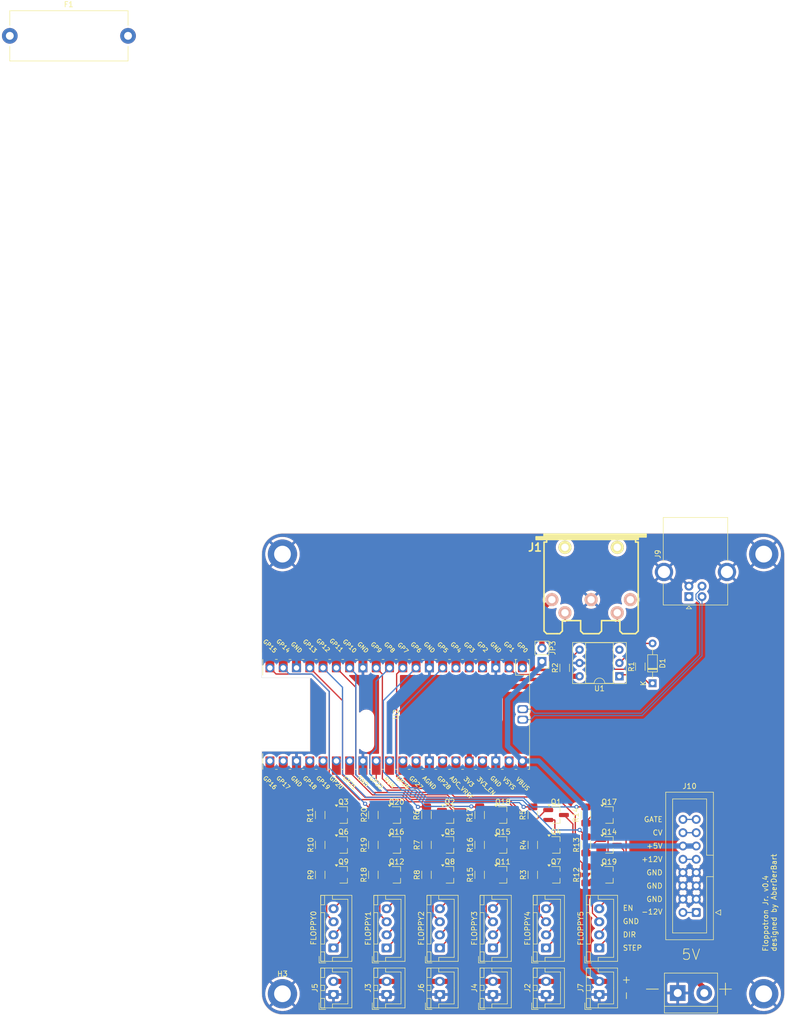
<source format=kicad_pcb>
(kicad_pcb (version 20221018) (generator pcbnew)
  (layers (0 "F.Cu" signal) (31 "B.Cu" signal) (34 "B.Paste" user) (35 "F.Paste" user) (36 "B.SilkS" user "B.Silkscreen") (37 "F.SilkS" user "F.Silkscreen") (38 "B.Mask" user) (39 "F.Mask" user) (44 "Edge.Cuts" user))
  (net 0 "")
  (net 1 "Net-(J1-Pad4)")
  (net 2 "Net-(D1-K)")
  (net 3 "Net-(D1-A)")
  (net 5 "VCC")
  (net 6 "GND")
  (net 7 "Net-(FLOPPY0-Pin_1)")
  (net 8 "/VCC_device")
  (net 9 "Net-(FLOPPY0-Pin_2)")
  (net 10 "Net-(FLOPPY0-Pin_3)")
  (net 11 "Net-(FLOPPY0-Pin_4)")
  (net 12 "Net-(FLOPPY1-Pin_1)")
  (net 13 "Net-(FLOPPY1-Pin_2)")
  (net 14 "Net-(FLOPPY1-Pin_3)")
  (net 15 "Net-(FLOPPY1-Pin_4)")
  (net 16 "Net-(FLOPPY2-Pin_1)")
  (net 17 "Net-(FLOPPY2-Pin_2)")
  (net 18 "Net-(FLOPPY2-Pin_3)")
  (net 19 "Net-(FLOPPY2-Pin_4)")
  (net 20 "Net-(FLOPPY3-Pin_1)")
  (net 21 "Net-(FLOPPY3-Pin_2)")
  (net 22 "Net-(FLOPPY3-Pin_3)")
  (net 23 "Net-(FLOPPY3-Pin_4)")
  (net 24 "Net-(FLOPPY4-Pin_1)")
  (net 25 "Net-(FLOPPY4-Pin_2)")
  (net 26 "Net-(FLOPPY4-Pin_3)")
  (net 27 "Net-(FLOPPY4-Pin_4)")
  (net 28 "Net-(FLOPPY5-Pin_1)")
  (net 29 "Net-(FLOPPY5-Pin_2)")
  (net 30 "Net-(FLOPPY5-Pin_3)")
  (net 31 "Net-(FLOPPY5-Pin_4)")
  (net 33 "Net-(Q1-B)")
  (net 34 "Net-(Q2-B)")
  (net 35 "Net-(Q3-B)")
  (net 36 "Net-(Q4-B)")
  (net 37 "Net-(Q5-B)")
  (net 38 "Net-(Q6-B)")
  (net 39 "Net-(Q7-B)")
  (net 40 "Net-(Q8-B)")
  (net 41 "Net-(Q9-B)")
  (net 42 "Net-(Q11-B)")
  (net 43 "Net-(Q12-B)")
  (net 44 "Net-(Q14-B)")
  (net 45 "Net-(Q15-B)")
  (net 46 "Net-(Q16-B)")
  (net 47 "Net-(Q17-B)")
  (net 48 "Net-(Q18-B)")
  (net 49 "Net-(Q19-B)")
  (net 50 "Net-(Q20-B)")
  (net 60 "F1-EN")
  (net 61 "F1-DIR")
  (net 62 "F1-STEP")
  (net 63 "F2-STEP")
  (net 64 "F2-DIR")
  (net 65 "F2-EN")
  (net 66 "F3-EN")
  (net 67 "F3-DIR")
  (net 68 "F3-STEP")
  (net 69 "D-")
  (net 70 "D+")
  (net 71 "+3V3")
  (net 72 "MIDI IN")
  (net 73 "F4-EN")
  (net 74 "F4-DIR")
  (net 75 "F4-STEP")
  (net 76 "F0-EN")
  (net 77 "F0-DIR")
  (net 78 "F0-STEP")
  (net 79 "F5-EN")
  (net 80 "F5-DIR")
  (net 81 "F5-STEP")
  (net 85 "unconnected-(J10--12V-Pad1)")
  (net 86 "unconnected-(J10-+12V-Pad3)")
  (net 87 "unconnected-(J10-CV-Pad5)")
  (net 88 "unconnected-(J10-GATE-Pad6)")
  (footprint "Connector_USB:USB_B_OST_USB-B1HSxx_Horizontal" (layer "F.Cu") (at 131.7 112.12 90)
    (fp_text reference "J9")
    (fp_text value "USB_B")
  )
  (footprint "Resistor_SMD:R_1206_3216Metric_Pad1.30x1.75mm_HandSolder" (layer "F.Cu") (at 122.408 125.5 -90)
    (fp_text reference "R1")
    (fp_text value "220")
  )
  (footprint "Resistor_SMD:R_1206_3216Metric_Pad1.30x1.75mm_HandSolder" (layer "F.Cu") (at 107.95 125.73 90)
    (fp_text reference "R2")
    (fp_text value "470")
  )
  (footprint "Package_DIP:DIP-6_W7.62mm_Socket" (layer "F.Cu") (at 118.408 127.34 180)
    (fp_text reference "U1")
    (fp_text value "H11L1")
  )
  (footprint "Connector_JST:JST_XH_B4B-XH-A_1x04_P2.50mm_Vertical" (layer "F.Cu") (at 104.394 179.244 90)
    (fp_text reference "FLOPPY4")
    (fp_text value "Conn_01x04")
  )
  (footprint "Connector_JST:JST_XH_B4B-XH-A_1x04_P2.50mm_Vertical" (layer "F.Cu") (at 63.754 179.244 90)
    (fp_text reference "FLOPPY0")
    (fp_text value "Conn_01x04")
  )
  (footprint "Connector_JST:JST_XH_B4B-XH-A_1x04_P2.50mm_Vertical" (layer "F.Cu") (at 114.554 179.244 90)
    (fp_text reference "FLOPPY5")
    (fp_text value "Conn_01x04")
  )
  (footprint "Connector_JST:JST_XH_B4B-XH-A_1x04_P2.50mm_Vertical" (layer "F.Cu") (at 94.234 179.244 90)
    (fp_text reference "FLOPPY3")
    (fp_text value "Conn_01x04")
  )
  (footprint "Connector_JST:JST_XH_B4B-XH-A_1x04_P2.50mm_Vertical" (layer "F.Cu") (at 73.914 179.244 90)
    (fp_text reference "FLOPPY1")
    (fp_text value "Conn_01x04")
  )
  (footprint "Connector_JST:JST_XH_B4B-XH-A_1x04_P2.50mm_Vertical" (layer "F.Cu") (at 84.074 179.244 90)
    (fp_text reference "FLOPPY2")
    (fp_text value "Conn_01x04")
  )
  (footprint "Resistor_SMD:R_1206_3216Metric_Pad1.30x1.75mm_HandSolder" (layer "F.Cu") (at 101.854 165.274 90)
    (fp_text reference "R3")
    (fp_text value "1k")
  )
  (footprint "Resistor_SMD:R_1206_3216Metric_Pad1.30x1.75mm_HandSolder" (layer "F.Cu") (at 101.854 159.559 90)
    (fp_text reference "R4")
    (fp_text value "1k")
  )
  (footprint "Resistor_SMD:R_1206_3216Metric_Pad1.30x1.75mm_HandSolder" (layer "F.Cu") (at 101.854 153.844 -90)
    (fp_text reference "R5")
    (fp_text value "1k")
  )
  (footprint "Resistor_SMD:R_1206_3216Metric_Pad1.30x1.75mm_HandSolder" (layer "F.Cu") (at 81.534 153.844 -90)
    (fp_text reference "R6")
    (fp_text value "1k")
  )
  (footprint "Resistor_SMD:R_1206_3216Metric_Pad1.30x1.75mm_HandSolder" (layer "F.Cu") (at 81.534 159.559 90)
    (fp_text reference "R7")
    (fp_text value "1k")
  )
  (footprint "Resistor_SMD:R_1206_3216Metric_Pad1.30x1.75mm_HandSolder" (layer "F.Cu") (at 81.534 165.274 90)
    (fp_text reference "R8")
    (fp_text value "1k")
  )
  (footprint "Resistor_SMD:R_1206_3216Metric_Pad1.30x1.75mm_HandSolder" (layer "F.Cu") (at 61.214 165.274 90)
    (fp_text reference "R9")
    (fp_text value "1k")
  )
  (footprint "Resistor_SMD:R_1206_3216Metric_Pad1.30x1.75mm_HandSolder" (layer "F.Cu") (at 61.214 159.559 90)
    (fp_text reference "R10")
    (fp_text value "1k")
  )
  (footprint "Resistor_SMD:R_1206_3216Metric_Pad1.30x1.75mm_HandSolder" (layer "F.Cu") (at 61.214 153.844 -90)
    (fp_text reference "R11")
    (fp_text value "1k")
  )
  (footprint "Resistor_SMD:R_1206_3216Metric_Pad1.30x1.75mm_HandSolder" (layer "F.Cu") (at 112.014 165.274 90)
    (fp_text reference "R12")
    (fp_text value "1k")
  )
  (footprint "Resistor_SMD:R_1206_3216Metric_Pad1.30x1.75mm_HandSolder" (layer "F.Cu") (at 112.014 159.559 90)
    (fp_text reference "R13")
    (fp_text value "1k")
  )
  (footprint "Resistor_SMD:R_1206_3216Metric_Pad1.30x1.75mm_HandSolder" (layer "F.Cu") (at 112.014 153.844 -90)
    (fp_text reference "R14")
    (fp_text value "1k")
  )
  (footprint "Connector_JST:JST_XH_B2B-XH-A_1x02_P2.50mm_Vertical" (layer "F.Cu") (at 104.394 188.134 90)
    (fp_text reference "J2")
    (fp_text value "Conn_01x02")
  )
  (footprint "Connector_JST:JST_XH_B2B-XH-A_1x02_P2.50mm_Vertical" (layer "F.Cu") (at 73.914 188.134 90)
    (fp_text reference "J3")
    (fp_text value "Conn_01x02")
  )
  (footprint "Connector_JST:JST_XH_B2B-XH-A_1x02_P2.50mm_Vertical" (layer "F.Cu") (at 94.234 188.134 90)
    (fp_text reference "J4")
    (fp_text value "Conn_01x02")
  )
  (footprint "Connector_JST:JST_XH_B2B-XH-A_1x02_P2.50mm_Vertical" (layer "F.Cu") (at 63.754 188.134 90)
    (fp_text reference "J5")
    (fp_text value "Conn_01x02")
  )
  (footprint "Connector_JST:JST_XH_B2B-XH-A_1x02_P2.50mm_Vertical" (layer "F.Cu") (at 84.074 188.134 90)
    (fp_text reference "J6")
    (fp_text value "Conn_01x02")
  )
  (footprint "Connector_JST:JST_XH_B2B-XH-A_1x02_P2.50mm_Vertical" (layer "F.Cu") (at 114.554 188.134 90)
    (fp_text reference "J7")
    (fp_text value "Conn_01x02")
  )
  (footprint "TerminalBlock:TerminalBlock_bornier-2_P5.08mm" (layer "F.Cu") (at 129.554 187.854)
    (fp_text reference "POWER1")
    (fp_text value "Conn_01x02")
  )
  (footprint "kicad-parts:RPi_Pico_debug_hole_USB_SMD_TH" (layer "F.Cu") (at 75.73 134.62 -90)
    (fp_text reference "U2")
    (fp_text value "Pico")
    (fp_line (start -7 16.5) (end 7 16.5) (stroke (width 0.05)) (layer "Edge.Cuts"))
    (fp_line (start -7 25.5) (end -7 16.5) (stroke (width 0.05)) (layer "Edge.Cuts"))
    (fp_line (start 7 16.5) (end 7 25.5) (stroke (width 0.05)) (layer "Edge.Cuts"))
  )
  (footprint "Diode_THT:D_DO-34_SOD68_P7.62mm_Horizontal" (layer "F.Cu") (at 124.748 128.675 90)
    (fp_text reference "D1")
    (fp_text value "D")
  )
  (footprint "Package_TO_SOT_SMD:SOT-23_Handsoldering" (layer "F.Cu") (at 106.299 153.844)
    (fp_text reference "Q1")
    (fp_text value "BC817")
  )
  (footprint "Package_TO_SOT_SMD:SOT-23_Handsoldering" (layer "F.Cu") (at 85.979 153.844)
    (fp_text reference "Q2")
    (fp_text value "BC817")
  )
  (footprint "Package_TO_SOT_SMD:SOT-23_Handsoldering" (layer "F.Cu") (at 65.659 153.844)
    (fp_text reference "Q3")
    (fp_text value "BC817")
  )
  (footprint "Package_TO_SOT_SMD:SOT-23_Handsoldering" (layer "F.Cu") (at 106.299 159.559)
    (fp_text reference "Q4")
    (fp_text value "BC817")
  )
  (footprint "Package_TO_SOT_SMD:SOT-23_Handsoldering" (layer "F.Cu") (at 85.979 159.559)
    (fp_text reference "Q5")
    (fp_text value "BC817")
  )
  (footprint "Package_TO_SOT_SMD:SOT-23_Handsoldering" (layer "F.Cu") (at 65.659 159.559)
    (fp_text reference "Q6")
    (fp_text value "BC817")
  )
  (footprint "Package_TO_SOT_SMD:SOT-23_Handsoldering" (layer "F.Cu") (at 106.299 165.274)
    (fp_text reference "Q7")
    (fp_text value "BC817")
  )
  (footprint "Package_TO_SOT_SMD:SOT-23_Handsoldering" (layer "F.Cu") (at 85.979 165.274)
    (fp_text reference "Q8")
    (fp_text value "BC817")
  )
  (footprint "Package_TO_SOT_SMD:SOT-23_Handsoldering" (layer "F.Cu") (at 65.659 165.274)
    (fp_text reference "Q9")
    (fp_text value "BC817")
  )
  (footprint "Package_TO_SOT_SMD:SOT-23_Handsoldering" (layer "F.Cu") (at 96.139 165.274)
    (fp_text reference "Q11")
    (fp_text value "BC817")
  )
  (footprint "Package_TO_SOT_SMD:SOT-23_Handsoldering" (layer "F.Cu") (at 75.819 165.274)
    (fp_text reference "Q12")
    (fp_text value "BC817")
  )
  (footprint "Package_TO_SOT_SMD:SOT-23_Handsoldering" (layer "F.Cu") (at 116.459 159.559)
    (fp_text reference "Q14")
    (fp_text value "BC817")
  )
  (footprint "Package_TO_SOT_SMD:SOT-23_Handsoldering" (layer "F.Cu") (at 96.139 159.559)
    (fp_text reference "Q15")
    (fp_text value "BC817")
  )
  (footprint "Package_TO_SOT_SMD:SOT-23_Handsoldering" (layer "F.Cu") (at 75.819 159.559)
    (fp_text reference "Q16")
    (fp_text value "BC817")
  )
  (footprint "Package_TO_SOT_SMD:SOT-23_Handsoldering" (layer "F.Cu") (at 116.459 153.844)
    (fp_text reference "Q17")
    (fp_text value "BC817")
  )
  (footprint "Package_TO_SOT_SMD:SOT-23_Handsoldering" (layer "F.Cu") (at 96.139 153.844)
    (fp_text reference "Q18")
    (fp_text value "BC817")
  )
  (footprint "Package_TO_SOT_SMD:SOT-23_Handsoldering" (layer "F.Cu") (at 75.819 153.844)
    (fp_text reference "Q20")
    (fp_text value "BC817")
  )
  (footprint "Resistor_SMD:R_1206_3216Metric_Pad1.30x1.75mm_HandSolder" (layer "F.Cu") (at 91.694 165.274 90)
    (fp_text reference "R15")
    (fp_text value "1k")
  )
  (footprint "Resistor_SMD:R_1206_3216Metric_Pad1.30x1.75mm_HandSolder" (layer "F.Cu") (at 91.694 159.559 90)
    (fp_text reference "R16")
    (fp_text value "1k")
  )
  (footprint "Resistor_SMD:R_1206_3216Metric_Pad1.30x1.75mm_HandSolder" (layer "F.Cu") (at 91.694 153.844 -90)
    (fp_text reference "R17")
    (fp_text value "1k")
  )
  (footprint "Resistor_SMD:R_1206_3216Metric_Pad1.30x1.75mm_HandSolder" (layer "F.Cu") (at 71.374 165.274 90)
    (fp_text reference "R18")
    (fp_text value "1k")
  )
  (footprint "Resistor_SMD:R_1206_3216Metric_Pad1.30x1.75mm_HandSolder" (layer "F.Cu") (at 71.374 159.559 90)
    (fp_text reference "R19")
    (fp_text value "1k")
  )
  (footprint "Resistor_SMD:R_1206_3216Metric_Pad1.30x1.75mm_HandSolder" (layer "F.Cu") (at 71.374 153.844 -90)
    (fp_text reference "R20")
    (fp_text value "1k")
  )
  (footprint "Package_TO_SOT_SMD:SOT-23_Handsoldering" (layer "F.Cu") (at 116.459 165.274)
    (fp_text reference "Q19")
    (fp_text value "BC817")
  )
  (footprint "Connector_PinHeader_2.54mm:PinHeader_1x02_P2.54mm_Vertical" (layer "F.Cu") (at 103.6 124.5 180)
    (fp_text reference "JP3")
    (fp_text value "Jumper")
  )
  (footprint "MountingHole:MountingHole_3.2mm_M3_DIN965_Pad" (layer "F.Cu") (at 54 104)
    (fp_text reference "H1" hide)
    (fp_text value "MountingHole_Pad")
  )
  (footprint "MountingHole:MountingHole_3.2mm_M3_DIN965_Pad" (layer "F.Cu") (at 146 188)
    (fp_text reference "H4" hide)
    (fp_text value "MountingHole_Pad")
  )
  (footprint "MountingHole:MountingHole_3.2mm_M3_DIN965_Pad" (layer "F.Cu") (at 54 188)
    (fp_text reference "H3")
    (fp_text value "MountingHole_Pad")
  )
  (footprint "Fuse:Fuseholder_Cylinder-5x20mm_Stelvio-Kontek_PTF78_Horizontal_Open" (layer "F.Cu") (at 1.875 4.975)
    (fp_text reference "F1")
    (fp_text value "Fuse")
  )
  (footprint "MountingHole:MountingHole_3.2mm_M3_DIN965_Pad" (layer "F.Cu") (at 146 104)
    (fp_text reference "H2" hide)
    (fp_text value "MountingHole_Pad")
  )
  (footprint "kosmo:Power 16 Pin" (layer "F.Cu") (at 131.826 163.576)
    (fp_text reference "J10")
    (fp_text value "Power")
  )
  (footprint "eurocad:MIDI_DIN5" (layer "F.Cu") (at 113 109.7 180)
    (fp_text reference "J1")
    (fp_text value "DIN-5_180degree" hide)
  )
  (gr_arc (start 146 100) (mid 148.828427 101.171573) (end 150 104) (stroke (width 0.05)) (layer "Edge.Cuts"))
  (gr_arc (start 50 104) (mid 51.171573 101.171573) (end 54 100) (stroke (width 0.05)) (layer "Edge.Cuts"))
  (gr_line (start 50 188) (end 50 141.65) (stroke (width 0.05)) (layer "Edge.Cuts"))
  (gr_line (start 50 127.6) (end 50.23 127.62) (stroke (width 0.05)) (layer "Edge.Cuts"))
  (gr_line (start 50 104) (end 50 127.6) (stroke (width 0.05)) (layer "Edge.Cuts"))
  (gr_line (start 54 192) (end 146 192) (stroke (width 0.05)) (layer "Edge.Cuts"))
  (gr_arc (start 54 192) (mid 51.171573 190.828427) (end 50 188) (stroke (width 0.05)) (layer "Edge.Cuts"))
  (gr_line (start 54 100) (end 146 100) (stroke (width 0.05)) (layer "Edge.Cuts"))
  (gr_line (start 50.23 141.62) (end 50 141.65) (stroke (width 0.05)) (layer "Edge.Cuts"))
  (gr_arc (start 150 188) (mid 148.828427 190.828427) (end 146 192) (stroke (width 0.05)) (layer "Edge.Cuts"))
  (gr_line (start 150 104) (end 150 188) (stroke (width 0.05)) (layer "Edge.Cuts"))
  (gr_text "Floppotron Jr. v0.4\ndesigned by AberDerBart" (at 147.15 180 90) (layer "F.SilkS") (effects (font (size 1 1)) (justify left)))
  (gr_text "+" (at 138.684 186.864) (layer "F.SilkS") (effects (font (size 3 3))))
  (gr_text "- +" (at 119.634 186.864 90) (layer "F.SilkS") (effects (font (size 1.5 1.5))))
  (gr_text "-" (at 124.714 186.864) (layer "F.SilkS") (effects (font (size 3 3))))
  (gr_text "STEP" (at 118.999 179.244) (layer "F.SilkS") (effects (font (size 1 1)) (justify left)))
  (gr_text "DIR" (at 118.999 176.704) (layer "F.SilkS") (effects (font (size 1 1)) (justify left)))
  (gr_text "GND" (at 118.999 174.164) (layer "F.SilkS") (effects (font (size 1 1)) (justify left)))
  (gr_text "EN" (at 118.999 171.624) (layer "F.SilkS") (effects (font (size 1 1)) (justify left)))
  (segment (start 108.00382 116.50382) (end 108.00382 115.1991) (width 0.25) (layer "F.Cu") (net 1))
  (segment (start 120.358 126) (end 117.5 126) (width 0.25) (layer "F.Cu") (net 1))
  (segment (start 122.408 123.95) (end 120.358 126) (width 0.25) (layer "F.Cu") (net 1))
  (segment (start 117.5 126) (end 108.00382 116.50382) (width 0.25) (layer "F.Cu") (net 1))
  (segment (start 118.698 127.05) (end 118.408 127.34) (width 0.25) (layer "F.Cu") (net 2))
  (segment (start 124.748 128.675) (end 124.033 128.675) (width 0.25) (layer "F.Cu") (net 2))
  (segment (start 124.033 128.675) (end 122.408 127.05) (width 0.25) (layer "F.Cu") (net 2))
  (segment (start 122.408 127.05) (end 118.698 127.05) (width 0.25) (layer "F.Cu") (net 2))
  (segment (start 118.408 124.8) (end 122.153 121.055) (width 0.25) (layer "F.Cu") (net 3))
  (segment (start 122.071 121.055) (end 122.153 121.055) (width 0.25) (layer "F.Cu") (net 3))
  (segment (start 122.153 121.055) (end 124.748 121.055) (width 0.25) (layer "F.Cu") (net 3))
  (segment (start 117.99618 115.1991) (end 117.99618 116.98018) (width 0.25) (layer "F.Cu") (net 3))
  (segment (start 117.99618 116.98018) (end 122.071 121.055) (width 0.25) (layer "F.Cu") (net 3))
  (segment (start 114.554 185.634) (end 125.262 185.634) (width 1) (layer "F.Cu") (net 5))
  (segment (start 131.572 183.896) (end 134.634 186.958) (width 1) (layer "F.Cu") (net 5))
  (segment (start 63.754 185.634) (end 114.554 185.634) (width 1) (layer "F.Cu") (net 5))
  (segment (start 134.634 186.958) (end 134.634 187.854) (width 1) (layer "F.Cu") (net 5))
  (segment (start 127 183.896) (end 131.572 183.896) (width 1) (layer "F.Cu") (net 5))
  (segment (start 125.262 185.634) (end 127 183.896) (width 1) (layer "F.Cu") (net 5))
  (segment (start 133.096 159.766) (end 111.9 159.766) (width 1) (layer "B.Cu") (net 5))
  (segment (start 97.028 140.678) (end 99.86 143.51) (width 1) (layer "B.Cu") (net 5))
  (segment (start 111.9 152.444365) (end 111.9 159.766) (width 1) (layer "B.Cu") (net 5))
  (segment (start 111.9 159.766) (end 111.9 182.98) (width 1) (layer "B.Cu") (net 5))
  (segment (start 103.6 125.254) (end 97.028 131.826) (width 1) (layer "B.Cu") (net 5))
  (segment (start 102.965635 143.51) (end 111.9 152.444365) (width 1) (layer "B.Cu") (net 5))
  (segment (start 103.6 124.5) (end 103.6 125.254) (width 1) (layer "B.Cu") (net 5))
  (segment (start 99.86 143.51) (end 102.965635 143.51) (width 1) (layer "B.Cu") (net 5))
  (segment (start 97.028 131.826) (end 97.028 140.678) (width 1) (layer "B.Cu") (net 5))
  (segment (start 111.9 182.98) (end 114.554 185.634) (width 1) (layer "B.Cu") (net 5))
  (segment (start 68.884011 174.113989) (end 68.884011 155.569011) (width 0.25) (layer "F.Cu") (net 7))
  (segment (start 63.754 179.244) (end 68.884011 174.113989) (width 0.25) (layer "F.Cu") (net 7))
  (segment (start 68.884011 155.569011) (end 67.159 153.844) (width 0.25) (layer "F.Cu") (net 7))
  (segment (start 103.6 114.59912) (end 105.50192 112.6972) (width 1) (layer "F.Cu") (net 8))
  (segment (start 103.6 121.96) (end 103.6 114.59912) (width 1) (layer "F.Cu") (net 8))
  (segment (start 67.159 159.559) (end 68.434001 160.834001) (width 0.25) (layer "F.Cu") (net 9))
  (segment (start 68.434001 172.063999) (end 63.754 176.744) (width 0.25) (layer "F.Cu") (net 9))
  (segment (start 68.434001 160.834001) (end 68.434001 172.063999) (width 0.25) (layer "F.Cu") (net 9))
  (segment (start 64.254002 160.509) (end 65.434001 161.688999) (width 0.25) (layer "F.Cu") (net 10))
  (segment (start 64.159 166.224) (end 64.159 168.679) (width 0.25) (layer "F.Cu") (net 10))
  (segment (start 65.359 154.794) (end 65.434001 154.869001) (width 0.25) (layer "F.Cu") (net 10))
  (segment (start 64.159 154.794) (end 65.359 154.794) (width 0.25) (layer "F.Cu") (net 10))
  (segment (start 65.434001 154.869001) (end 65.434001 161.688999) (width 0.25) (layer "F.Cu") (net 10))
  (segment (start 65.434001 161.688999) (end 65.434001 164.948999) (width 0.25) (layer "F.Cu") (net 10))
  (segment (start 65.434001 164.948999) (end 64.159 166.224) (width 0.25) (layer "F.Cu") (net 10))
  (segment (start 62.45399 170.38401) (end 62.45399 172.86399) (width 0.25) (layer "F.Cu") (net 10))
  (segment (start 64.159 168.679) (end 62.45399 170.38401) (width 0.25) (layer "F.Cu") (net 10))
  (segment (start 62.45399 172.86399) (end 63.754 174.164) (width 0.25) (layer "F.Cu") (net 10))
  (segment (start 67.159 168.339) (end 63.754 171.744) (width 0.25) (layer "F.Cu") (net 11))
  (segment (start 67.159 165.274) (end 67.159 168.339) (width 0.25) (layer "F.Cu") (net 11))
  (segment (start 79.044011 174.113989) (end 79.044011 155.569011) (width 0.25) (layer "F.Cu") (net 12))
  (segment (start 73.914 179.244) (end 79.044011 174.113989) (width 0.25) (layer "F.Cu") (net 12))
  (segment (start 79.044011 155.569011) (end 77.319 153.844) (width 0.25) (layer "F.Cu") (net 12))
  (segment (start 77.319 159.559) (end 78.594001 160.834001) (width 0.25) (layer "F.Cu") (net 13))
  (segment (start 78.594001 160.834001) (end 78.594001 172.063999) (width 0.25) (layer "F.Cu") (net 13))
  (segment (start 78.594001 172.063999) (end 73.914 176.744) (width 0.25) (layer "F.Cu") (net 13))
  (segment (start 74.319 168.679) (end 72.61399 170.38401) (width 0.25) (layer "F.Cu") (net 14))
  (segment (start 74.319 166.224) (end 74.319 168.679) (width 0.25) (layer "F.Cu") (net 14))
  (segment (start 74.414002 160.509) (end 75.594001 161.688999) (width 0.25) (layer "F.Cu") (net 14))
  (segment (start 75.594001 161.688999) (end 75.594001 164.948999) (width 0.25) (layer "F.Cu") (net 14))
  (segment (start 74.319 154.794) (end 75.519 154.794) (width 0.25) (layer "F.Cu") (net 14))
  (segment (start 75.594001 154.869001) (end 75.594001 161.688999) (width 0.25) (layer "F.Cu") (net 14))
  (segment (start 75.519 154.794) (end 75.594001 154.869001) (width 0.25) (layer "F.Cu") (net 14))
  (segment (start 72.61399 170.38401) (end 72.61399 172.86399) (width 0.25) (layer "F.Cu") (net 14))
  (segment (start 75.594001 164.948999) (end 74.319 166.224) (width 0.25) (layer "F.Cu") (net 14))
  (segment (start 72.61399 172.86399) (end 73.914 174.164) (width 0.25) (layer "F.Cu") (net 14))
  (segment (start 77.319 168.339) (end 73.914 171.744) (width 0.25) (layer "F.Cu") (net 15))
  (segment (start 77.319 165.274) (end 77.319 168.339) (width 0.25) (layer "F.Cu") (net 15))
  (segment (start 89.204011 155.569011) (end 87.479 153.844) (width 0.25) (layer "F.Cu") (net 16))
  (segment (start 89.204011 174.113989) (end 89.204011 155.569011) (width 0.25) (layer "F.Cu") (net 16))
  (segment (start 84.074 179.244) (end 89.204011 174.113989) (width 0.25) (layer "F.Cu") (net 16))
  (segment (start 88.754001 160.834001) (end 88.754001 172.063999) (width 0.25) (layer "F.Cu") (net 17))
  (segment (start 87.479 159.559) (end 88.754001 160.834001) (width 0.25) (layer "F.Cu") (net 17))
  (segment (start 88.754001 172.063999) (end 84.074 176.744) (width 0.25) (layer "F.Cu") (net 17))
  (segment (start 85.754001 164.948999) (end 84.479 166.224) (width 0.25) (layer "F.Cu") (net 18))
  (segment (start 84.479 166.224) (end 84.479 168.679) (width 0.25) (layer "F.Cu") (net 18))
  (segment (start 85.754001 161.688999) (end 85.754001 164.948999) (width 0.25) (layer "F.Cu") (net 18))
  (segment (start 84.479 154.794) (end 85.679 154.794) (width 0.25) (layer "F.Cu") (net 18))
  (segment (start 85.679 154.794) (end 85.754001 154.869001) (width 0.25) (layer "F.Cu") (net 18))
  (segment (start 84.479 168.679) (end 82.77399 170.38401) (width 0.25) (layer "F.Cu") (net 18))
  (segment (start 85.754001 154.869001) (end 85.754001 161.688999) (width 0.25) (layer "F.Cu") (net 18))
  (segment (start 82.77399 172.86399) (end 84.074 174.164) (width 0.25) (layer "F.Cu") (net 18))
  (segment (start 82.77399 170.38401) (end 82.77399 172.86399) (width 0.25) (layer "F.Cu") (net 18))
  (segment (start 84.574002 160.509) (end 85.754001 161.688999) (width 0.25) (layer "F.Cu") (net 18))
  (segment (start 87.479 168.339) (end 84.074 171.744) (width 0.25) (layer "F.Cu") (net 19))
  (segment (start 87.479 165.274) (end 87.479 168.339) (width 0.25) (layer "F.Cu") (net 19))
  (segment (start 99.364011 155.569011) (end 97.639 153.844) (width 0.25) (layer "F.Cu") (net 20))
  (segment (start 99.364011 174.113989) (end 99.364011 155.569011) (width 0.25) (layer "F.Cu") (net 20))
  (segment (start 94.234 179.244) (end 99.364011 174.113989) (width 0.25) (layer "F.Cu") (net 20))
  (segment (start 98.914001 160.834001) (end 98.914001 172.063999) (width 0.25) (layer "F.Cu") (net 21))
  (segment (start 98.914001 172.063999) (end 94.234 176.744) (width 0.25) (layer "F.Cu") (net 21))
  (segment (start 97.639 159.559) (end 98.914001 160.834001) (width 0.25) (layer "F.Cu") (net 21))
  (segment (start 92.93399 170.38401) (end 92.93399 172.86399) (width 0.25) (layer "F.Cu") (net 22))
  (segment (start 92.93399 172.86399) (end 94.234 174.164) (width 0.25) (layer "F.Cu") (net 22))
  (segment (start 94.639 154.794) (end 95.839 154.794) (width 0.25) (layer "F.Cu") (net 22))
  (segment (start 95.914001 164.948999) (end 94.639 166.224) (width 0.25) (layer "F.Cu") (net 22))
  (segment (start 95.839 154.794) (end 95.914001 154.869001) (width 0.25) (layer "F.Cu") (net 22))
  (segment (start 94.639 166.224) (end 94.639 168.679) (width 0.25) (layer "F.Cu") (net 22))
  (segment (start 95.914001 154.869001) (end 95.914001 161.688999) (width 0.25) (layer "F.Cu") (net 22))
  (segment (start 95.914001 161.688999) (end 95.914001 164.948999) (width 0.25) (layer "F.Cu") (net 22))
  (segment (start 94.639 168.679) (end 92.93399 170.38401) (width 0.25) (layer "F.Cu") (net 22))
  (segment (start 94.734002 160.509) (end 95.914001 161.688999) (width 0.25) (layer "F.Cu") (net 22))
  (segment (start 97.639 165.274) (end 97.639 168.339) (width 0.25) (layer "F.Cu") (net 23))
  (segment (start 97.639 168.339) (end 94.234 171.744) (width 0.25) (layer "F.Cu") (net 23))
  (segment (start 109.524011 155.569011) (end 107.799 153.844) (width 0.25) (layer "F.Cu") (net 24))
  (segment (start 104.394 179.244) (end 109.524011 174.113989) (width 0.25) (layer "F.Cu") (net 24))
  (segment (start 109.524011 174.113989) (end 109.524011 155.569011) (width 0.25) (layer "F.Cu") (net 24))
  (segment (start 109.074001 172.063999) (end 104.394 176.744) (width 0.25) (layer "F.Cu") (net 25))
  (segment (start 107.799 159.559) (end 109.074001 160.834001) (width 0.25) (layer "F.Cu") (net 25))
  (segment (start 109.074001 160.834001) (end 109.074001 172.063999) (width 0.25) (layer "F.Cu") (net 25))
  (segment (start 104.799 166.224) (end 104.799 168.679) (width 0.25) (layer "F.Cu") (net 26))
  (segment (start 106.074001 164.948999) (end 104.799 166.224) (width 0.25) (layer "F.Cu") (net 26))
  (segment (start 104.894002 160.509) (end 106.074001 161.688999) (width 0.25) (layer "F.Cu") (net 26))
  (segment (start 106.074001 161.688999) (end 106.074001 164.948999) (width 0.25) (layer "F.Cu") (net 26))
  (segment (start 103.09399 172.86399) (end 104.394 174.164) (width 0.25) (layer "F.Cu") (net 26))
  (segment (start 104.799 168.679) (end 103.09399 170.38401) (width 0.25) (layer "F.Cu") (net 26))
  (segment (start 103.09399 170.38401) (end 103.09399 172.86399) (width 0.25) (layer "F.Cu") (net 26))
  (segment (start 105.999 154.794) (end 106.074001 154.869001) (width 0.25) (layer "F.Cu") (net 26))
  (segment (start 104.799 154.794) (end 105.999 154.794) (width 0.25) (layer "F.Cu") (net 26))
  (segment (start 106.074001 154.869001) (end 106.074001 161.688999) (width 0.25) (layer "F.Cu") (net 26))
  (segment (start 107.799 168.339) (end 104.394 171.744) (width 0.25) (layer "F.Cu") (net 27))
  (segment (start 107.799 165.274) (end 107.799 168.339) (width 0.25) (layer "F.Cu") (net 27))
  (segment (start 114.554 178.964) (end 119.684011 173.833989) (width 0.25) (layer "F.Cu") (net 28))
  (segment (start 119.684011 155.289011) (end 117.959 153.564) (width 0.25) (layer "F.Cu") (net 28))
  (segment (start 119.684011 173.833989) (end 119.684011 155.289011) (width 0.25) (layer "F.Cu") (net 28))
  (segment (start 117.959 159.279) (end 119.234001 160.554001) (width 0.25) (layer "F.Cu") (net 29))
  (segment (start 119.234001 171.783999) (end 114.554 176.464) (width 0.25) (layer "F.Cu") (net 29))
  (segment (start 119.234001 160.554001) (end 119.234001 171.783999) (width 0.25) (layer "F.Cu") (net 29))
  (segment (start 114.959 168.399) (end 113.25399 170.10401) (width 0.25) (layer "F.Cu") (net 30))
  (segment (start 116.159 154.514) (end 116.234001 154.589001) (width 0.25) (layer "F.Cu") (net 30))
  (segment (start 114.959 165.944) (end 114.959 168.399) (width 0.25) (layer "F.Cu") (net 30))
  (segment (start 114.959 160.229) (end 115.054002 160.229) (width 0.25) (layer "F.Cu") (net 30))
  (segment (start 113.25399 170.10401) (end 113.25399 172.58399) (width 0.25) (layer "F.Cu") (net 30))
  (segment (start 116.234001 154.589001) (end 116.234001 161.408999) (width 0.25) (layer "F.Cu") (net 30))
  (segment (start 116.234001 161.408999) (end 116.234001 165.274) (width 0.25) (layer "F.Cu") (net 30))
  (segment (start 113.25399 172.58399) (end 114.554 173.884) (width 0.25) (layer "F.Cu") (net 30))
  (segment (start 114.959 154.514) (end 116.159 154.514) (width 0.25) (layer "F.Cu") (net 30))
  (segment (start 116.234001 165.274) (end 114.959 166.549001) (width 0.25) (layer "F.Cu") (net 30))
  (segment (start 115.054002 160.229) (end 116.234001 161.408999) (width 0.25) (layer "F.Cu") (net 30))
  (segment (start 117.959 164.994) (end 117.959 168.059) (width 0.25) (layer "F.Cu") (net 31))
  (segment (start 117.959 168.059) (end 114.554 171.464) (width 0.25) (layer "F.Cu") (net 31))
  (segment (start 104.354 152.894) (end 101.854 155.394) (width 0.25) (layer "F.Cu") (net 33))
  (segment (start 84.034 152.894) (end 81.534 155.394) (width 0.25) (layer "F.Cu") (net 34))
  (segment (start 63.42331 152.894) (end 61.214 155.10331) (width 0.25) (layer "F.Cu") (net 35))
  (segment (start 104.354 158.609) (end 101.854 161.109) (width 0.25) (layer "F.Cu") (net 36))
  (segment (start 84.034 158.609) (end 81.534 161.109) (width 0.25) (layer "F.Cu") (net 37))
  (segment (start 63.714 158.609) (end 61.214 161.109) (width 0.25) (layer "F.Cu") (net 38))
  (segment (start 102.299 166.824) (end 104.799 164.324) (width 0.25) (layer "F.Cu") (net 39))
  (segment (start 81.979 166.824) (end 84.479 164.324) (width 0.25) (layer "F.Cu") (net 40))
  (segment (start 61.659 166.824) (end 64.159 164.324) (width 0.25) (layer "F.Cu") (net 41))
  (segment (start 92.139 166.824) (end 94.639 164.324) (width 0.25) (layer "F.Cu") (net 42))
  (segment (start 71.819 166.824) (end 74.319 164.324) (width 0.25) (layer "F.Cu") (net 43))
  (segment (start 114.514 158.329) (end 112.014 160.829) (width 0.25) (layer "F.Cu") (net 44))
  (segment (start 114.959 158.329) (end 114.514 158.329) (width 0.25) (layer "F.Cu") (net 44))
  (segment (start 94.194 158.609) (end 91.694 161.109) (width 0.25) (layer "F.Cu") (net 45))
  (segment (start 73.874 158.609) (end 71.374 161.109) (width 0.25) (layer "F.Cu") (net 46))
  (segment (start 114.959 152.614) (end 114.514 152.614) (width 0.25) (layer "F.Cu") (net 47))
  (segment (start 114.514 152.614) (end 112.014 155.114) (width 0.25) (layer "F.Cu") (net 47))
  (segment (start 94.194 152.894) (end 91.694 155.394) (width 0.25) (layer "F.Cu") (net 48))
  (segment (start 112.459 166.544) (end 114.959 164.044) (width 0.25) (layer "F.Cu") (net 49))
  (segment (start 73.874 152.894) (end 71.374 155.394) (width 0.25) (layer "F.Cu") (net 50))
  (segment (start 61.76 146.46) (end 61.76 145.26) (width 0.25) (layer "F.Cu") (net 60))
  (segment (start 71.374 163.724) (end 69.334011 161.684011) (width 0.25) (layer "F.Cu") (net 60))
  (segment (start 69.334011 154.034011) (end 61.76 146.46) (width 0.25) (layer "F.Cu") (net 60))
  (segment (start 69.334011 161.684011) (end 69.334011 154.034011) (width 0.25) (layer "F.Cu") (net 60))
  (segment (start 62.935 146.92) (end 62.935 130.235) (width 0.25) (layer "F.Cu") (net 61))
  (segment (start 69.784011 156.419011) (end 69.784011 153.769011) (width 0.25) (layer "F.Cu") (net 61))
  (segment (start 69.784011 153.769011) (end 62.935 146.92) (width 0.25) (layer "F.Cu") (net 61))
  (segment (start 59.605 126.905) (end 52.775 126.905) (width 0.25) (layer "F.Cu") (net 61))
  (segment (start 71.374 158.009) (end 69.784011 156.419011) (width 0.25) (layer "F.Cu") (net 61))
  (segment (start 52.775 126.905) (end 51.6 125.73) (width 0.25) (layer "F.Cu") (net 61))
  (segment (start 62.935 130.235) (end 59.605 126.905) (width 0.25) (layer "F.Cu") (net 61))
  (segment (start 70.394 152.294) (end 71.374 152.294) (width 0.25) (layer "F.Cu") (net 62))
  (segment (start 69.8 151.7) (end 70.394 152.294) (width 0.25) (layer "F.Cu") (net 62))
  (via (at 69.8 151.7) (size 0.8) (drill 0.4) (layers "F.Cu" "B.Cu") (net 62))
  (segment (start 62.935 130.235) (end 59.605 126.905) (width 0.25) (layer "B.Cu") (net 62))
  (segment (start 69.8 151.7) (end 62.935 144.835) (width 0.25) (layer "B.Cu") (net 62))
  (segment (start 55.315 126.905) (end 54.14 125.73) (width 0.25) (layer "B.Cu") (net 62))
  (segment (start 59.605 126.905) (end 55.315 126.905) (width 0.25) (layer "B.Cu") (net 62))
  (segment (start 62.935 144.835) (end 62.935 130.235) (width 0.25) (layer "B.Cu") (net 62))
  (segment (start 81.534 152.294) (end 79.906 152.294) (width 0.25) (layer "F.Cu") (net 63))
  (segment (start 79.906 152.294) (end 79.9 152.3) (width 0.25) (layer "F.Cu") (net 63))
  (via (at 79.9 152.3) (size 0.8) (drill 0.4) (layers "F.Cu" "B.Cu") (net 63))
  (segment (start 65.475 129.445) (end 61.76 125.73) (width 0.25) (layer "B.Cu") (net 63))
  (segment (start 70 150.5) (end 65.475 145.975) (width 0.25) (layer "B.Cu") (net 63))
  (segment (start 79.9 152.3) (end 78.1 150.5) (width 0.25) (layer "B.Cu") (net 63))
  (segment (start 78.1 150.5) (end 70 150.5) (width 0.25) (layer "B.Cu") (net 63))
  (segment (start 65.475 145.975) (end 65.475 129.445) (width 0.25) (layer "B.Cu") (net 63))
  (segment (start 76.65 150.45) (end 69.75 150.45) (width 0.25) (layer "F.Cu") (net 64))
  (segment (start 80.334 154.134) (end 76.65 150.45) (width 0.25) (layer "F.Cu") (net 64))
  (segment (start 81.534 158.009) (end 80.334 156.809) (width 0.25) (layer "F.Cu") (net 64))
  (segment (start 65.475 131.985) (end 59.22 125.73) (width 0.25) (layer "F.Cu") (net 64))
  (segment (start 65.475 146.175) (end 65.475 131.985) (width 0.25) (layer "F.Cu") (net 64))
  (segment (start 80.334 156.809) (end 80.334 154.134) (width 0.25) (layer "F.Cu") (net 64))
  (segment (start 69.75 150.45) (end 65.475 146.175) (width 0.25) (layer "F.Cu") (net 64))
  (segment (start 79.494011 154.019011) (end 76.375 150.9) (width 0.25) (layer "F.Cu") (net 65))
  (segment (start 64.3 146.5) (end 64.3 143.51) (width 0.25) (layer "F.Cu") (net 65))
  (segment (start 79.494011 161.684011) (end 79.494011 154.019011) (width 0.25) (layer "F.Cu") (net 65))
  (segment (start 76.375 150.9) (end 68.7 150.9) (width 0.25) (layer "F.Cu") (net 65))
  (segment (start 81.534 163.724) (end 79.494011 161.684011) (width 0.25) (layer "F.Cu") (net 65))
  (segment (start 68.7 150.9) (end 64.3 146.5) (width 0.25) (layer "F.Cu") (net 65))
  (segment (start 91.694 163.724) (end 89.654011 161.684011) (width 0.25) (layer "F.Cu") (net 66))
  (segment (start 89.654011 161.684011) (end 89.654011 154.019011) (width 0.25) (layer "F.Cu") (net 66))
  (segment (start 86.719 153.119) (end 84.919 151.319) (width 0.25) (layer "F.Cu") (net 66))
  (segment (start 71.2 150) (end 66.84 145.64) (width 0.25) (layer "F.Cu") (net 66))
  (segment (start 76.836396 150) (end 71.2 150) (width 0.25) (layer "F.Cu") (net 66))
  (segment (start 78.155396 151.319) (end 76.836396 150) (width 0.25) (layer "F.Cu") (net 66))
  (segment (start 88.754 153.119) (end 86.719 153.119) (width 0.25) (layer "F.Cu") (net 66))
  (segment (start 89.654011 154.019011) (end 88.754 153.119) (width 0.25) (layer "F.Cu") (net 66))
  (segment (start 84.919 151.319) (end 78.155396 151.319) (width 0.25) (layer "F.Cu") (net 66))
  (segment (start 68.015 146.178604) (end 68.015 129.445) (width 0.25) (layer "F.Cu") (net 67))
  (segment (start 71.386396 149.55) (end 68.015 146.178604) (width 0.25) (layer "F.Cu") (net 67))
  (segment (start 90.494 154.222604) (end 88.940396 152.669) (width 0.25) (layer "F.Cu") (net 67))
  (segment (start 68.015 129.445) (end 64.3 125.73) (width 0.25) (layer "F.Cu") (net 67))
  (segment (start 85.105396 150.869) (end 78.341792 150.869) (width 0.25) (layer "F.Cu") (net 67))
  (segment (start 77.022792 149.55) (end 71.386396 149.55) (width 0.25) (layer "F.Cu") (net 67))
  (segment (start 86.905396 152.669) (end 85.105396 150.869) (width 0.25) (layer "F.Cu") (net 67))
  (segment (start 88.940396 152.669) (end 86.905396 152.669) (width 0.25) (layer "F.Cu") (net 67))
  (segment (start 91.694 158.009) (end 90.494 156.809) (width 0.25) (layer "F.Cu") (net 67))
  (segment (start 90.494 156.809) (end 90.494 154.222604) (width 0.25) (layer "F.Cu") (net 67))
  (segment (start 78.341792 150.869) (end 77.022792 149.55) (width 0.25) (layer "F.Cu") (net 67))
  (segment (start 91.694 152.294) (end 90.194 152.294) (width 0.25) (layer "F.Cu") (net 68))
  (segment (start 90.194 152.294) (end 90.1 152.2) (width 0.25) (layer "F.Cu") (net 68))
  (via (at 90.1 152.2) (size 0.8) (drill 0.4) (layers "F.Cu" "B.Cu") (net 68))
  (segment (start 68.015 126.905) (end 66.84 125.73) (width 0.25) (layer "B.Cu") (net 68))
  (segment (start 90.1 152.2) (end 81.3 152.2) (width 0.25) (layer "B.Cu") (net 68))
  (segment (start 81.3 152.2) (end 79.1 150) (width 0.25) (layer "B.Cu") (net 68))
  (segment (start 71.9 150) (end 68.015 146.115) (width 0.25) (layer "B.Cu") (net 68))
  (segment (start 79.1 150) (end 71.9 150) (width 0.25) (layer "B.Cu") (net 68))
  (segment (start 68.015 146.115) (end 68.015 126.905) (width 0.25) (layer "B.Cu") (net 68))
  (segment (start 101.430001 135.62) (end 102.205001 134.845) (width 0.2) (layer "B.Cu") (net 69))
  (segment (start 134.2 123.4182) (end 134.2 112.12) (width 0.2) (layer "B.Cu") (net 69))
  (segment (start 122.7732 134.845) (end 134.2 123.4182) (width 0.2) (layer "B.Cu") (net 69))
  (segment (start 102.205001 134.845) (end 122.7732 134.845) (width 0.2) (layer "B.Cu") (net 69))
  (segment (start 99.93 135.62) (end 101.430001 135.62) (width 0.2) (layer "B.Cu") (net 69))
  (segment (start 133.05 112.596346) (end 133.05 111.643654) (width 0.2) (layer "B.Cu") (net 70))
  (segment (start 133.05 111.643654) (end 133.75 110.943654) (width 0.2) (layer "B.Cu") (net 70))
  (segment (start 133.75 110.943654) (end 133.75 110.57) (width 0.2) (layer "B.Cu") (net 70))
  (segment (start 133.75 110.57) (end 134.2 110.12) (width 0.2) (layer "B.Cu") (net 70))
  (segment (start 99.93 133.62) (end 101.430001 133.62) (width 0.2) (layer "B.Cu") (net 70))
  (segment (start 133.75 123.2318) (end 133.75 113.296346) (width 0.2) (layer "B.Cu") (net 70))
  (segment (start 101.430001 133.62) (end 102.205001 134.395) (width 0.2) (layer "B.Cu") (net 70))
  (segment (start 102.205001 134.395) (end 122.5868 134.395) (width 0.2) (layer "B.Cu") (net 70))
  (segment (start 122.5868 134.395) (end 133.75 123.2318) (width 0.2) (layer "B.Cu") (net 70))
  (segment (start 133.75 113.296346) (end 133.05 112.596346) (width 0.2) (layer "B.Cu") (net 70))
  (segment (start 108.01 127.34) (end 107.95 127.28) (width 1) (layer "F.Cu") (net 71))
  (segment (start 96.266 129.286) (end 95.1 130.452) (width 1) (layer "F.Cu") (net 71))
  (segment (start 95.1 135.532) (end 89.7 140.932) (width 1) (layer "F.Cu") (net 71))
  (segment (start 89.7 140.932) (end 89.7 143.51) (width 1) (layer "F.Cu") (net 71))
  (segment (start 107.95 127.28) (end 105.944 129.286) (width 1) (layer "F.Cu") (net 71))
  (segment (start 105.944 129.286) (end 96.266 129.286) (width 1) (layer "F.Cu") (net 71))
  (segment (start 95.1 130.452) (end 95.1 135.532) (width 1) (layer "F.Cu") (net 71))
  (segment (start 110.788 127.34) (end 108.01 127.34) (width 1) (layer "F.Cu") (net 71))
  (segment (start 108.868 124.18) (end 107.95 124.18) (width 0.25) (layer "F.Cu") (net 72))
  (segment (start 110.788 122.26) (end 108.868 124.18) (width 0.25) (layer "F.Cu") (net 72))
  (segment (start 105.13 127) (end 98.59 127) (width 0.25) (layer "F.Cu") (net 72))
  (segment (start 107.95 124.18) (end 105.13 127) (width 0.25) (layer "F.Cu") (net 72))
  (segment (start 98.59 127) (end 97.32 125.73) (width 0.25) (layer "F.Cu") (net 72))
  (segment (start 99.814011 161.684011) (end 99.814011 154.019011) (width 0.25) (layer "F.Cu") (net 73))
  (segment (start 73.9 149.1) (end 71.92 147.12) (width 0.25) (layer "F.Cu") (net 73))
  (segment (start 71.92 147.12) (end 71.92 143.51) (width 0.25) (layer "F.Cu") (net 73))
  (segment (start 101.854 163.724) (end 99.814011 161.684011) (width 0.25) (layer "F.Cu") (net 73))
  (segment (start 97.095 151.3) (end 86.172792 151.3) (width 0.25) (layer "F.Cu") (net 73))
  (segment (start 78.528188 150.419) (end 77.209188 149.1) (width 0.25) (layer "F.Cu") (net 73))
  (segment (start 99.814011 154.019011) (end 97.095 151.3) (width 0.25) (layer "F.Cu") (net 73))
  (segment (start 77.209188 149.1) (end 73.9 149.1) (width 0.25) (layer "F.Cu") (net 73))
  (segment (start 85.291792 150.419) (end 78.528188 150.419) (width 0.25) (layer "F.Cu") (net 73))
  (segment (start 86.172792 151.3) (end 85.291792 150.419) (width 0.25) (layer "F.Cu") (net 73))
  (segment (start 97.281396 150.85) (end 86.359188 150.85) (width 0.25) (layer "F.Cu") (net 74))
  (segment (start 77.395584 148.65) (end 74.85 148.65) (width 0.25) (layer "F.Cu") (net 74))
  (segment (start 101.854 158.009) (end 100.264011 156.419011) (width 0.25) (layer "F.Cu") (net 74))
  (segment (start 100.264011 153.832615) (end 97.281396 150.85) (width 0.25) (layer "F.Cu") (net 74))
  (segment (start 74.85 148.65) (end 73.095 146.895) (width 0.25) (layer "F.Cu") (net 74))
  (segment (start 86.359188 150.85) (end 85.478188 149.969) (width 0.25) (layer "F.Cu") (net 74))
  (segment (start 100.264011 156.419011) (end 100.264011 153.832615) (width 0.25) (layer "F.Cu") (net 74))
  (segment (start 85.478188 149.969) (end 78.714584 149.969) (width 0.25) (layer "F.Cu") (net 74))
  (segment (start 78.714584 149.969) (end 77.395584 148.65) (width 0.25) (layer "F.Cu") (net 74))
  (segment (start 73.095 146.895) (end 73.095 126.905) (width 0.25) (layer "F.Cu") (net 74))
  (segment (start 73.095 126.905) (end 71.92 125.73) (width 0.25) (layer "F.Cu") (net 74))
  (segment (start 101.854 152.294) (end 100.106 152.294) (width 0.25) (layer "F.Cu") (net 75))
  (segment (start 100.106 152.294) (end 100.1 152.3) (width 0.25) (layer "F.Cu") (net 75))
  (via (at 100.1 152.3) (size 0.8) (drill 0.4) (layers "F.Cu" "B.Cu") (net 75))
  (segment (start 74.25 149.55) (end 70.7 146) (width 0.25) (layer "B.Cu") (net 75))
  (segment (start 70.7 142.4) (end 71.9 141.2) (width 0.25) (layer "B.Cu") (net 75))
  (segment (start 99.275 151.475) (end 81.211396 151.475) (width 0.25) (layer "B.Cu") (net 75))
  (segment (start 70.7 146) (end 70.7 142.4) (width 0.25) (layer "B.Cu") (net 75))
  (segment (start 79.286396 149.55) (end 74.25 149.55) (width 0.25) (layer "B.Cu") (net 75))
  (segment (start 71.9 128.29) (end 74.46 125.73) (width 0.25) (layer "B.Cu") (net 75))
  (segment (start 100.1 152.3) (end 99.275 151.475) (width 0.25) (layer "B.Cu") (net 75))
  (segment (start 81.211396 151.475) (end 79.286396 149.55) (width 0.25) (layer "B.Cu") (net 75))
  (segment (start 71.9 141.2) (end 71.9 128.29) (width 0.25) (layer "B.Cu") (net 75))
  (segment (start 51.6 154.11) (end 61.214 163.724) (width 0.25) (layer "F.Cu") (net 76))
  (segment (start 51.6 143.51) (end 51.6 154.11) (width 0.25) (layer "F.Cu") (net 76))
  (segment (start 54.14 150.935) (end 54.14 143.51) (width 0.25) (layer "F.Cu") (net 77))
  (segment (start 61.214 158.009) (end 54.14 150.935) (width 0.25) (layer "F.Cu") (net 77))
  (segment (start 61.214 152.294) (end 59.22 150.3) (width 0.25) (layer "F.Cu") (net 78))
  (segment (start 59.22 150.3) (end 59.22 143.51) (width 0.25) (layer "F.Cu") (net 78))
  (segment (start 109.974011 161.684011) (end 109.974011 154.019011) (width 0.25) (layer "F.Cu") (net 79))
  (segment (start 86.9 150.4) (end 86.019 149.519) (width 0.25) (layer "F.Cu") (net 79))
  (segment (start 106.355 150.4) (end 86.9 150.4) (width 0.25) (layer "F.Cu") (net 79))
  (segment (start 86.019 149.519) (end 78.90098 149.519) (width 0.25) (layer "F.Cu") (net 79))
  (segment (start 112.014 163.724) (end 109.974011 161.684011) (width 0.25) (layer "F.Cu") (net 79))
  (segment (start 78.90098 149.519) (end 75.825 146.44302) (width 0.25) (layer "F.Cu") (net 79))
  (segment (start 109.974011 154.019011) (end 106.355 150.4) (width 0.25) (layer "F.Cu") (net 79))
  (segment (start 75.825 146.44302) (end 75.825 126.905) (width 0.25) (layer "F.Cu") (net 79))
  (segment (start 75.825 126.905) (end 77 125.73) (width 0.25) (layer "F.Cu") (net 79))
  (segment (start 112.014 157.914) (end 110.8 156.7) (width 0.25) (layer "F.Cu") (net 80))
  (via (at 110.8 156.7) (size 0.8) (drill 0.4) (layers "F.Cu" "B.Cu") (net 80))
  (segment (start 73.285 145.585) (end 73.285 131.985) (width 0.25) (layer "B.Cu") (net 80))
  (segment (start 76.8 149.1) (end 73.285 145.585) (width 0.25) (layer "B.Cu") (net 80))
  (segment (start 73.285 131.985) (end 79.54 125.73) (width 0.25) (layer "B.Cu") (net 80))
  (segment (start 81.397792 151.025) (end 79.472792 149.1) (width 0.25) (layer "B.Cu") (net 80))
  (segment (start 105.6 156.7) (end 99.925 151.025) (width 0.25) (layer "B.Cu") (net 80))
  (segment (start 99.925 151.025) (end 81.397792 151.025) (width 0.25) (layer "B.Cu") (net 80))
  (segment (start 110.8 156.7) (end 105.6 156.7) (width 0.25) (layer "B.Cu") (net 80))
  (segment (start 79.472792 149.1) (end 76.8 149.1) (width 0.25) (layer "B.Cu") (net 80))
  (segment (start 112.014 152.294) (end 110.206 152.294) (width 0.25) (layer "F.Cu") (net 81))
  (segment (start 110.206 152.294) (end 110.2 152.3) (width 0.25) (layer "F.Cu") (net 81))
  (via (at 110.2 152.3) (size 0.8) (drill 0.4) (layers "F.Cu" "B.Cu") (net 81))
  (segment (start 75.635 134.715) (end 84.62 125.73) (width 0.25) (layer "B.Cu") (net 81))
  (segment (start 75.635 145.835) (end 75.635 134.715) (width 0.25) (layer "B.Cu") (net 81))
  (segment (start 79.659188 148.65) (end 78.45 148.65) (width 0.25) (layer "B.Cu") (net 81))
  (segment (start 110.2 152.3) (end 101.836396 152.3) (width 0.25) (layer "B.Cu") (net 81))
  (segment (start 78.45 148.65) (end 75.635 145.835) (width 0.25) (layer "B.Cu") (net 81))
  (segment (start 101.836396 152.3) (end 100.111396 150.575) (width 0.25) (layer "B.Cu") (net 81))
  (segment (start 100.111396 150.575) (end 81.584188 150.575) (width 0.25) (layer "B.Cu") (net 81))
  (segment (start 81.584188 150.575) (end 79.659188 148.65) (width 0.25) (layer "B.Cu") (net 81))
  (segment (start 130.556 172.466) (end 133.096 172.466) (width 0.25) (layer "B.Cu") (net 85))
  (segment (start 133.096 162.306) (end 130.556 162.306) (width 0.25) (layer "B.Cu") (net 86))
  (segment (start 130.556 157.226) (end 133.096 157.226) (width 0.25) (layer "B.Cu") (net 87))
  (segment (start 133.096 154.686) (end 130.556 154.686) (width 0.25) (layer "B.Cu") (net 88))
  (zone (net 6) (net_name "GND") (layers "F&B.Cu") (connect_pads (clearance 0.508)) (min_thickness 0.25) (fill yes (thermal_gap 0.5) (thermal_bridge_width 0.5))
    (polygon (pts (xy 50 100) (xy 150 100) (xy 150 192) (xy 50 192)))
  )
)
</source>
